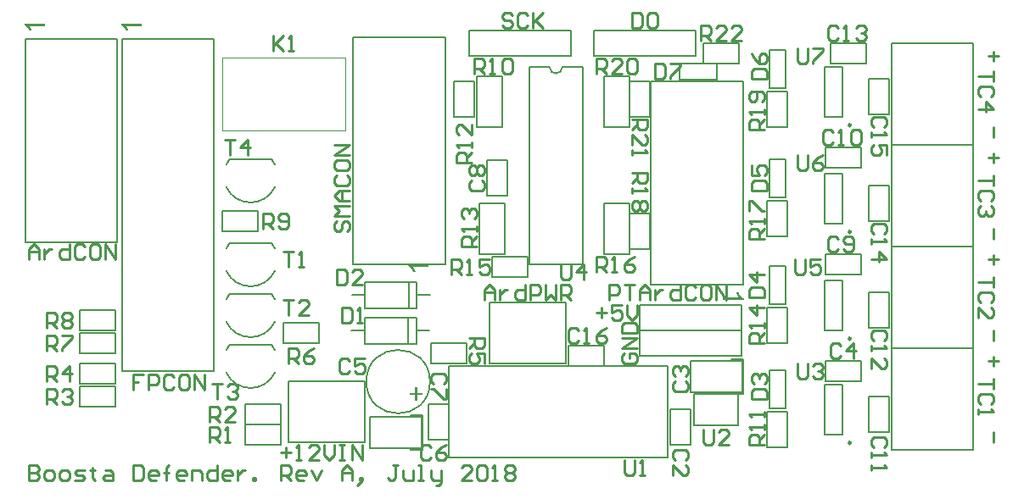
<source format=gto>
G04 Layer_Color=65535*
%FSLAX25Y25*%
%MOIN*%
G70*
G01*
G75*
%ADD35C,0.00787*%
%ADD36C,0.00500*%
%ADD37C,0.00984*%
%ADD38C,0.00394*%
%ADD39C,0.00600*%
%ADD40C,0.01000*%
G36*
X587752Y384996D02*
X587776Y384973D01*
X587787Y384927D01*
X587822Y384869D01*
X587856Y384800D01*
X587903Y384719D01*
X588019Y384522D01*
X588146Y384291D01*
X588308Y384059D01*
X588493Y383816D01*
X588690Y383573D01*
X588701Y383562D01*
X588713Y383550D01*
X588747Y383515D01*
X588782Y383469D01*
X588898Y383365D01*
X589037Y383226D01*
X589199Y383087D01*
X589384Y382937D01*
X589569Y382810D01*
X589766Y382694D01*
Y382057D01*
X581724D01*
Y383041D01*
X587984D01*
X587972Y383052D01*
X587926Y383110D01*
X587856Y383180D01*
X587776Y383295D01*
X587671Y383423D01*
X587556Y383585D01*
X587428Y383770D01*
X587301Y383978D01*
Y383990D01*
X587290Y384001D01*
X587243Y384071D01*
X587185Y384186D01*
X587116Y384325D01*
X587035Y384487D01*
X586954Y384661D01*
X586873Y384834D01*
X586804Y385008D01*
X587752D01*
Y384996D01*
D02*
G37*
G36*
X461506Y345601D02*
X463704D01*
Y344675D01*
X461506D01*
Y342500D01*
X460592D01*
Y344675D01*
X458417D01*
Y345601D01*
X460592D01*
Y347776D01*
X461506D01*
Y345601D01*
D02*
G37*
G36*
X315276Y489959D02*
X309016D01*
X309028Y489948D01*
X309074Y489890D01*
X309143Y489820D01*
X309225Y489705D01*
X309329Y489577D01*
X309444Y489415D01*
X309572Y489230D01*
X309699Y489022D01*
Y489010D01*
X309710Y488999D01*
X309757Y488929D01*
X309815Y488814D01*
X309884Y488675D01*
X309965Y488513D01*
X310046Y488339D01*
X310127Y488166D01*
X310196Y487992D01*
X309248D01*
Y488004D01*
X309225Y488027D01*
X309213Y488073D01*
X309178Y488131D01*
X309143Y488200D01*
X309097Y488281D01*
X308981Y488478D01*
X308854Y488709D01*
X308692Y488941D01*
X308507Y489184D01*
X308310Y489427D01*
X308299Y489438D01*
X308287Y489450D01*
X308253Y489485D01*
X308218Y489531D01*
X308102Y489635D01*
X307963Y489774D01*
X307801Y489913D01*
X307616Y490063D01*
X307431Y490190D01*
X307234Y490306D01*
Y490942D01*
X315276D01*
Y489959D01*
D02*
G37*
G36*
X353276D02*
X347016D01*
X347028Y489948D01*
X347074Y489890D01*
X347144Y489820D01*
X347224Y489705D01*
X347329Y489577D01*
X347444Y489415D01*
X347572Y489230D01*
X347699Y489022D01*
Y489010D01*
X347710Y488999D01*
X347757Y488929D01*
X347815Y488814D01*
X347884Y488675D01*
X347965Y488513D01*
X348046Y488339D01*
X348127Y488166D01*
X348196Y487992D01*
X347248D01*
Y488004D01*
X347224Y488027D01*
X347213Y488073D01*
X347178Y488131D01*
X347144Y488200D01*
X347097Y488281D01*
X346982Y488478D01*
X346854Y488709D01*
X346692Y488941D01*
X346507Y489184D01*
X346310Y489427D01*
X346299Y489438D01*
X346287Y489450D01*
X346253Y489485D01*
X346218Y489531D01*
X346102Y489635D01*
X345963Y489774D01*
X345801Y489913D01*
X345616Y490063D01*
X345431Y490190D01*
X345234Y490306D01*
Y490942D01*
X353276D01*
Y489959D01*
D02*
G37*
G36*
X466000Y395203D02*
X459741D01*
X459752Y395192D01*
X459798Y395134D01*
X459868Y395064D01*
X459949Y394949D01*
X460053Y394821D01*
X460169Y394659D01*
X460296Y394474D01*
X460423Y394266D01*
Y394254D01*
X460435Y394243D01*
X460481Y394173D01*
X460539Y394058D01*
X460608Y393919D01*
X460689Y393757D01*
X460770Y393583D01*
X460851Y393410D01*
X460921Y393236D01*
X459972D01*
Y393248D01*
X459949Y393271D01*
X459937Y393317D01*
X459903Y393375D01*
X459868Y393444D01*
X459822Y393526D01*
X459706Y393722D01*
X459579Y393954D01*
X459417Y394185D01*
X459232Y394428D01*
X459035Y394671D01*
X459023Y394683D01*
X459012Y394694D01*
X458977Y394729D01*
X458942Y394775D01*
X458827Y394879D01*
X458688Y395018D01*
X458526Y395157D01*
X458341Y395307D01*
X458155Y395434D01*
X457959Y395550D01*
Y396187D01*
X466000D01*
Y395203D01*
D02*
G37*
D35*
X513500Y473779D02*
G03*
X518500Y473779I2500J0D01*
G01*
X505567D02*
X513500D01*
X518500D02*
X526433D01*
X505567Y396220D02*
X526433D01*
X505567D02*
Y473779D01*
X526433Y396220D02*
Y473779D01*
X628543Y412157D02*
Y431843D01*
X621457Y412157D02*
Y431843D01*
Y412157D02*
X628543D01*
X621457Y431843D02*
X628543D01*
Y454157D02*
Y473842D01*
X621457Y454157D02*
Y473842D01*
Y454157D02*
X628543D01*
X621457Y473842D02*
X628543D01*
Y370158D02*
Y389843D01*
X621457Y370158D02*
Y389843D01*
Y370158D02*
X628543D01*
X621457Y389843D02*
X628543D01*
Y329157D02*
Y348843D01*
X621457Y329157D02*
Y348843D01*
Y329157D02*
X628543D01*
X621457Y348843D02*
X628543D01*
D36*
X386484Y373563D02*
G03*
X405516Y373563I9516J4437D01*
G01*
X405518Y382437D02*
G03*
X404276Y384464I-9516J-4438D01*
G01*
X387724Y384464D02*
G03*
X386482Y382437I8274J-6464D01*
G01*
X386484Y353563D02*
G03*
X405516Y353563I9516J4437D01*
G01*
X405518Y362437D02*
G03*
X404276Y364464I-9516J-4438D01*
G01*
X387724Y364464D02*
G03*
X386482Y362437I8274J-6464D01*
G01*
X386484Y426563D02*
G03*
X405516Y426563I9516J4437D01*
G01*
X405518Y435437D02*
G03*
X404276Y437464I-9516J-4438D01*
G01*
X387724Y437464D02*
G03*
X386482Y435437I8274J-6464D01*
G01*
X386484Y393563D02*
G03*
X405516Y393563I9516J4437D01*
G01*
X405518Y402437D02*
G03*
X404276Y404464I-9516J-4438D01*
G01*
X387724Y404464D02*
G03*
X386482Y402437I8274J-6464D01*
G01*
X466500Y350000D02*
G03*
X466500Y350000I-12500J0D01*
G01*
X345402Y484842D02*
X381622D01*
Y395866D02*
Y484842D01*
X345402Y354134D02*
Y484842D01*
Y354134D02*
X381622D01*
Y395866D01*
X441000Y326000D02*
Y350000D01*
X411000Y326000D02*
Y350000D01*
Y326000D02*
X441000D01*
X411000Y350000D02*
X441000D01*
X436378Y396158D02*
X472598D01*
X436378D02*
Y485134D01*
X472598Y396158D02*
Y485545D01*
X472500Y485528D02*
X472598Y485545D01*
X440315Y485528D02*
X472500D01*
X436378D02*
X440315D01*
X436378Y485134D02*
Y485528D01*
X440764Y364685D02*
X457988D01*
X461236D01*
X457988Y375315D02*
X461236D01*
X440764D02*
X457988D01*
Y364685D02*
Y375315D01*
X461236Y364685D02*
Y370000D01*
Y375315D01*
X440764Y370000D02*
Y375315D01*
Y364685D02*
Y370000D01*
X550980Y488000D02*
X570980D01*
X550980Y478000D02*
X570980D01*
Y488000D01*
X530999Y478000D02*
Y488000D01*
Y478000D02*
X551000D01*
X530999Y488000D02*
X551000D01*
X501999D02*
X522000D01*
X501999Y478000D02*
X522000D01*
Y488000D01*
X482019Y478000D02*
Y488000D01*
Y478000D02*
X502020D01*
X482019Y488000D02*
X502020D01*
X568980Y370000D02*
X588980D01*
X568980Y360000D02*
X588980D01*
Y370000D01*
X548999Y360000D02*
Y370000D01*
Y360000D02*
X569000D01*
X548999Y370000D02*
X569000D01*
X568999Y380000D02*
X589000D01*
X568999Y370000D02*
X589000D01*
Y380000D01*
X549019Y370000D02*
Y380000D01*
Y370000D02*
X569020D01*
X549019Y380000D02*
X569020D01*
X329000Y349000D02*
Y357000D01*
X343000Y349000D02*
Y357000D01*
X329000Y349000D02*
X343000D01*
X329000Y357000D02*
X343000D01*
X387752Y384500D02*
X404248D01*
X307402Y484842D02*
X343622D01*
Y404921D02*
Y484842D01*
X307402Y404921D02*
Y484842D01*
Y404921D02*
X343622D01*
X423000Y365000D02*
Y373000D01*
X409000Y365000D02*
Y373000D01*
X423000D01*
X409000Y365000D02*
X423000D01*
X329000Y361000D02*
Y369000D01*
X343000Y361000D02*
Y369000D01*
X329000Y361000D02*
X343000D01*
X329000Y369000D02*
X343000D01*
X622000Y350000D02*
X636000D01*
X622000Y358000D02*
X636000D01*
X622000Y350000D02*
Y358000D01*
X636000Y350000D02*
Y358000D01*
X647000Y330000D02*
Y344000D01*
X639000Y330000D02*
Y344000D01*
Y330000D02*
X647000D01*
X639000Y344000D02*
X647000D01*
X648000Y443000D02*
Y483000D01*
X680000Y443000D02*
Y483000D01*
X648000D02*
X680000D01*
X648000Y443000D02*
X680000D01*
X653000Y483000D02*
X675000D01*
X653000Y443000D02*
X675000D01*
X648000D02*
Y444000D01*
Y323000D02*
Y363000D01*
X680000Y323000D02*
Y363000D01*
X648000D02*
X680000D01*
X648000Y323000D02*
X680000D01*
X653000Y363000D02*
X675000D01*
X653000Y323000D02*
X675000D01*
X648000D02*
Y324000D01*
Y363000D02*
Y403000D01*
X680000Y363000D02*
Y403000D01*
X648000D02*
X680000D01*
X648000Y363000D02*
X680000D01*
X653000Y403000D02*
X675000D01*
X653000Y363000D02*
X675000D01*
X648000D02*
Y364000D01*
Y403000D02*
Y443000D01*
X680000Y403000D02*
Y443000D01*
X648000D02*
X680000D01*
X648000Y403000D02*
X680000D01*
X653000Y443000D02*
X675000D01*
X653000Y403000D02*
X675000D01*
X648000D02*
Y404000D01*
X394000Y325000D02*
Y333000D01*
X408000Y325000D02*
Y333000D01*
X394000Y325000D02*
X408000D01*
X394000Y333000D02*
X408000D01*
X394000D02*
Y341000D01*
X408000Y333000D02*
Y341000D01*
X394000Y333000D02*
X408000D01*
X394000Y341000D02*
X408000D01*
X584905Y358299D02*
Y358693D01*
X589630D01*
Y345307D02*
Y358693D01*
X584905Y345307D02*
X589630D01*
X584905D02*
Y345701D01*
X589236D02*
Y358299D01*
X568764D02*
X589236D01*
X568764Y345701D02*
Y358299D01*
Y345701D02*
X589236D01*
X570339Y332701D02*
Y345299D01*
Y332701D02*
X587661D01*
Y345299D01*
X570339D02*
X587661D01*
X440898Y378685D02*
X458122D01*
X461370D01*
X458122Y389315D02*
X461370D01*
X440898D02*
X458122D01*
Y378685D02*
Y389315D01*
X461370Y378685D02*
Y384000D01*
Y389315D01*
X440898Y384000D02*
Y389315D01*
Y378685D02*
Y384000D01*
X385000Y409000D02*
Y417000D01*
X399000Y409000D02*
Y417000D01*
X385000Y409000D02*
X399000D01*
X385000Y417000D02*
X399000D01*
X520000Y357000D02*
Y381000D01*
X490000Y357000D02*
Y381000D01*
Y357000D02*
X520000D01*
X490000Y381000D02*
X520000D01*
X474000Y320000D02*
Y356000D01*
Y320000D02*
X560000D01*
Y356000D01*
X474000D02*
X560000D01*
X561000Y325000D02*
Y339000D01*
X569000Y325000D02*
Y339000D01*
X561000D02*
X569000D01*
X561000Y325000D02*
X569000D01*
X545000Y468000D02*
X553000D01*
X545000Y454000D02*
X553000D01*
X545000D02*
Y468000D01*
X553000Y454000D02*
Y468000D01*
X545000Y450000D02*
Y470001D01*
X535000Y450000D02*
Y470001D01*
Y450000D02*
X545000D01*
X535000Y470001D02*
X545000D01*
X535000Y399999D02*
Y420000D01*
X545000Y399999D02*
Y420000D01*
X535000D02*
X545000D01*
X535000Y399999D02*
X545000D01*
X476000Y468000D02*
X484000D01*
X476000Y454000D02*
X484000D01*
X476000D02*
Y468000D01*
X484000Y454000D02*
Y468000D01*
X495000Y450000D02*
Y470001D01*
X485000Y450000D02*
Y470001D01*
Y450000D02*
X495000D01*
X485000Y470001D02*
X495000D01*
X486000Y399999D02*
Y420000D01*
X496000Y399999D02*
Y420000D01*
X486000D02*
X496000D01*
X486000Y399999D02*
X496000D01*
X545000Y402000D02*
X553000D01*
X545000Y416000D02*
X553000D01*
Y402000D02*
Y416000D01*
X545000Y402000D02*
Y416000D01*
X491000Y391000D02*
Y399000D01*
X505000Y391000D02*
Y399000D01*
X491000Y391000D02*
X505000D01*
X491000Y399000D02*
X505000D01*
X579362Y468850D02*
Y475150D01*
X564402Y468850D02*
Y475150D01*
X579362D01*
X564402Y468850D02*
X579362D01*
X574000Y475000D02*
Y483000D01*
X588000Y475000D02*
Y483000D01*
X574000Y475000D02*
X588000D01*
X574000Y483000D02*
X588000D01*
X599850Y339638D02*
X606150D01*
X599850Y354598D02*
X606150D01*
Y339638D02*
Y354598D01*
X599850Y339638D02*
Y354598D01*
X599000Y338000D02*
X607000D01*
X599000Y324000D02*
X607000D01*
X599000D02*
Y338000D01*
X607000Y324000D02*
Y338000D01*
X647000Y371000D02*
Y385000D01*
X639000Y371000D02*
Y385000D01*
Y371000D02*
X647000D01*
X639000Y385000D02*
X647000D01*
X599850Y380638D02*
X606150D01*
X599850Y395598D02*
X606150D01*
Y380638D02*
Y395598D01*
X599850Y380638D02*
Y395598D01*
X599000Y379000D02*
X607000D01*
X599000Y365000D02*
X607000D01*
X599000D02*
Y379000D01*
X607000Y365000D02*
Y379000D01*
X622000Y392000D02*
X636000D01*
X622000Y400000D02*
X636000D01*
X622000Y392000D02*
Y400000D01*
X636000Y392000D02*
Y400000D01*
X599850Y422638D02*
X606150D01*
X599850Y437598D02*
X606150D01*
Y422638D02*
Y437598D01*
X599850Y422638D02*
Y437598D01*
X599000Y421000D02*
X607000D01*
X599000Y407000D02*
X607000D01*
X599000D02*
Y421000D01*
X607000Y407000D02*
Y421000D01*
X622000Y434000D02*
X636000D01*
X622000Y442000D02*
X636000D01*
X622000Y434000D02*
Y442000D01*
X636000Y434000D02*
Y442000D01*
X647000Y413000D02*
Y427000D01*
X639000Y413000D02*
Y427000D01*
Y413000D02*
X647000D01*
X639000Y427000D02*
X647000D01*
X599850Y465638D02*
X606150D01*
X599850Y480598D02*
X606150D01*
Y465638D02*
Y480598D01*
X599850Y465638D02*
Y480598D01*
X599000Y464000D02*
X607000D01*
X599000Y450000D02*
X607000D01*
X599000D02*
Y464000D01*
X607000Y450000D02*
Y464000D01*
X647000Y455000D02*
Y469000D01*
X639000Y455000D02*
Y469000D01*
Y455000D02*
X647000D01*
X639000Y469000D02*
X647000D01*
X624000Y475000D02*
X638000D01*
X624000Y483000D02*
X638000D01*
X624000Y475000D02*
Y483000D01*
X638000Y475000D02*
Y483000D01*
X329000Y370000D02*
Y378000D01*
X343000Y370000D02*
Y378000D01*
X329000Y370000D02*
X343000D01*
X329000Y378000D02*
X343000D01*
X329000Y340000D02*
Y348000D01*
X343000Y340000D02*
Y348000D01*
X329000Y340000D02*
X343000D01*
X329000Y348000D02*
X343000D01*
X387752Y364500D02*
X404248D01*
X387752Y437500D02*
X404248D01*
X387752Y404500D02*
X404248D01*
X553378Y388158D02*
X589598D01*
X553378D02*
Y468079D01*
X589598Y388158D02*
Y468079D01*
X553378D02*
X589598D01*
X489000Y423000D02*
X497000D01*
X489000Y437000D02*
X497000D01*
Y423000D02*
Y437000D01*
X489000Y423000D02*
Y437000D01*
X467000Y357000D02*
X481000D01*
X467000Y365000D02*
X481000D01*
X467000Y357000D02*
Y365000D01*
X481000Y357000D02*
Y365000D01*
X442764Y323701D02*
X463236D01*
X442764D02*
Y336299D01*
X463236D01*
Y323701D02*
Y336299D01*
X458906Y323307D02*
Y323701D01*
Y323307D02*
X463630D01*
Y336693D01*
X458906D02*
X463630D01*
X458906Y336299D02*
Y336693D01*
X466000Y341000D02*
X474000D01*
X466000Y327000D02*
X474000D01*
X466000D02*
Y341000D01*
X474000Y327000D02*
Y341000D01*
X521000Y356000D02*
Y364000D01*
X535000Y356000D02*
Y364000D01*
X521000Y356000D02*
X535000D01*
X521000Y364000D02*
X535000D01*
D37*
X631892Y408900D02*
G03*
X631892Y408900I-492J0D01*
G01*
Y450900D02*
G03*
X631892Y450900I-492J0D01*
G01*
Y366900D02*
G03*
X631892Y366900I-492J0D01*
G01*
Y325900D02*
G03*
X631892Y325900I-492J0D01*
G01*
D38*
X384787Y477331D02*
X433213D01*
Y448669D02*
Y477331D01*
X384787Y448669D02*
X433213D01*
X384787D02*
Y477331D01*
D39*
X461236Y370000D02*
X466354D01*
X435646D02*
X440764D01*
X461370Y384000D02*
X466488D01*
X435779D02*
X440898D01*
D40*
X309000Y316997D02*
Y310999D01*
X311999D01*
X312999Y311999D01*
Y312999D01*
X311999Y313998D01*
X309000D01*
X311999D01*
X312999Y314998D01*
Y315998D01*
X311999Y316997D01*
X309000D01*
X315998Y310999D02*
X317997D01*
X318997Y311999D01*
Y313998D01*
X317997Y314998D01*
X315998D01*
X314998Y313998D01*
Y311999D01*
X315998Y310999D01*
X321996D02*
X323995D01*
X324995Y311999D01*
Y313998D01*
X323995Y314998D01*
X321996D01*
X320996Y313998D01*
Y311999D01*
X321996Y310999D01*
X326994D02*
X329993D01*
X330993Y311999D01*
X329993Y312999D01*
X327994D01*
X326994Y313998D01*
X327994Y314998D01*
X330993D01*
X333992Y315998D02*
Y314998D01*
X332992D01*
X334992D01*
X333992D01*
Y311999D01*
X334992Y310999D01*
X338990Y314998D02*
X340990D01*
X341989Y313998D01*
Y310999D01*
X338990D01*
X337991Y311999D01*
X338990Y312999D01*
X341989D01*
X349987Y316997D02*
Y310999D01*
X352986D01*
X353985Y311999D01*
Y315998D01*
X352986Y316997D01*
X349987D01*
X358984Y310999D02*
X356984D01*
X355985Y311999D01*
Y313998D01*
X356984Y314998D01*
X358984D01*
X359983Y313998D01*
Y312999D01*
X355985D01*
X362983Y310999D02*
Y315998D01*
Y313998D01*
X361983D01*
X363982D01*
X362983D01*
Y315998D01*
X363982Y316997D01*
X369980Y310999D02*
X367981D01*
X366981Y311999D01*
Y313998D01*
X367981Y314998D01*
X369980D01*
X370980Y313998D01*
Y312999D01*
X366981D01*
X372979Y310999D02*
Y314998D01*
X375978D01*
X376978Y313998D01*
Y310999D01*
X382976Y316997D02*
Y310999D01*
X379977D01*
X378977Y311999D01*
Y313998D01*
X379977Y314998D01*
X382976D01*
X387974Y310999D02*
X385975D01*
X384975Y311999D01*
Y313998D01*
X385975Y314998D01*
X387974D01*
X388974Y313998D01*
Y312999D01*
X384975D01*
X390973Y314998D02*
Y310999D01*
Y312999D01*
X391973Y313998D01*
X392973Y314998D01*
X393972D01*
X396972Y310999D02*
Y311999D01*
X397971D01*
Y310999D01*
X396972D01*
X407968D02*
Y316997D01*
X410967D01*
X411967Y315998D01*
Y313998D01*
X410967Y312999D01*
X407968D01*
X409967D02*
X411967Y310999D01*
X416965D02*
X414966D01*
X413966Y311999D01*
Y313998D01*
X414966Y314998D01*
X416965D01*
X417965Y313998D01*
Y312999D01*
X413966D01*
X419964Y314998D02*
X421964Y310999D01*
X423963Y314998D01*
X431960Y310999D02*
Y314998D01*
X433960Y316997D01*
X435959Y314998D01*
Y310999D01*
Y313998D01*
X431960D01*
X438958Y310000D02*
X439958Y310999D01*
Y311999D01*
X438958D01*
Y310999D01*
X439958D01*
X438958Y310000D01*
X437958Y309000D01*
X453953Y316997D02*
X451954D01*
X452953D01*
Y311999D01*
X451954Y310999D01*
X450954D01*
X449954Y311999D01*
X455953Y314998D02*
Y311999D01*
X456952Y310999D01*
X459951D01*
Y314998D01*
X461950Y310999D02*
X463950D01*
X462950D01*
Y316997D01*
X461950D01*
X466949Y314998D02*
Y311999D01*
X467949Y310999D01*
X470948D01*
Y310000D01*
X469948Y309000D01*
X468948D01*
X470948Y310999D02*
Y314998D01*
X482944Y310999D02*
X478945D01*
X482944Y314998D01*
Y315998D01*
X481944Y316997D01*
X479945D01*
X478945Y315998D01*
X484943D02*
X485943Y316997D01*
X487942D01*
X488942Y315998D01*
Y311999D01*
X487942Y310999D01*
X485943D01*
X484943Y311999D01*
Y315998D01*
X490941Y310999D02*
X492941D01*
X491941D01*
Y316997D01*
X490941Y315998D01*
X495939D02*
X496939Y316997D01*
X498939D01*
X499938Y315998D01*
Y314998D01*
X498939Y313998D01*
X499938Y312999D01*
Y311999D01*
X498939Y310999D01*
X496939D01*
X495939Y311999D01*
Y312999D01*
X496939Y313998D01*
X495939Y314998D01*
Y315998D01*
X496939Y313998D02*
X498939D01*
X483000Y436000D02*
X477002D01*
Y438999D01*
X478002Y439999D01*
X480001D01*
X481001Y438999D01*
Y436000D01*
Y437999D02*
X483000Y439999D01*
Y441998D02*
Y443997D01*
Y442998D01*
X477002D01*
X478002Y441998D01*
X483000Y450995D02*
Y446996D01*
X479001Y450995D01*
X478002D01*
X477002Y449996D01*
Y447996D01*
X478002Y446996D01*
X353999Y352817D02*
X350000D01*
Y349818D01*
X351999D01*
X350000D01*
Y346819D01*
X355998D02*
Y352817D01*
X358997D01*
X359997Y351817D01*
Y349818D01*
X358997Y348818D01*
X355998D01*
X365995Y351817D02*
X364995Y352817D01*
X362996D01*
X361996Y351817D01*
Y347819D01*
X362996Y346819D01*
X364995D01*
X365995Y347819D01*
X370993Y352817D02*
X368994D01*
X367994Y351817D01*
Y347819D01*
X368994Y346819D01*
X370993D01*
X371993Y347819D01*
Y351817D01*
X370993Y352817D01*
X373992Y346819D02*
Y352817D01*
X377991Y346819D01*
Y352817D01*
X688001Y326000D02*
Y329999D01*
Y355990D02*
Y359989D01*
X686002Y357990D02*
X690000D01*
X688001Y366000D02*
Y369999D01*
Y395990D02*
Y399989D01*
X686002Y397990D02*
X690000D01*
X688001Y406000D02*
Y409999D01*
Y435990D02*
Y439989D01*
X686002Y437990D02*
X690000D01*
X688001Y446000D02*
Y449999D01*
Y475990D02*
Y479989D01*
X686002Y477990D02*
X690000D01*
X408000Y321999D02*
X411999D01*
X409999Y323998D02*
Y320000D01*
X413998Y319000D02*
X415997D01*
X414998D01*
Y324998D01*
X413998Y323998D01*
X422995Y319000D02*
X418996D01*
X422995Y322999D01*
Y323998D01*
X421995Y324998D01*
X419996D01*
X418996Y323998D01*
X424995Y324998D02*
Y320999D01*
X426994Y319000D01*
X428993Y320999D01*
Y324998D01*
X430993D02*
X432992D01*
X431992D01*
Y319000D01*
X430993D01*
X432992D01*
X435991D02*
Y324998D01*
X439990Y319000D01*
Y324998D01*
X430002Y413235D02*
X429002Y412235D01*
Y410236D01*
X430002Y409236D01*
X431001D01*
X432001Y410236D01*
Y412235D01*
X433001Y413235D01*
X434000D01*
X435000Y412235D01*
Y410236D01*
X434000Y409236D01*
X435000Y415234D02*
X429002D01*
X431001Y417234D01*
X429002Y419233D01*
X435000D01*
Y421232D02*
X431001D01*
X429002Y423232D01*
X431001Y425231D01*
X435000D01*
X432001D01*
Y421232D01*
X430002Y431229D02*
X429002Y430229D01*
Y428230D01*
X430002Y427230D01*
X434000D01*
X435000Y428230D01*
Y430229D01*
X434000Y431229D01*
X429002Y436228D02*
Y434228D01*
X430002Y433228D01*
X434000D01*
X435000Y434228D01*
Y436228D01*
X434000Y437227D01*
X430002D01*
X429002Y436228D01*
X435000Y439226D02*
X429002D01*
X435000Y443225D01*
X429002D01*
X405000Y485998D02*
Y480000D01*
Y481999D01*
X408999Y485998D01*
X406000Y482999D01*
X408999Y480000D01*
X410998D02*
X412997D01*
X411998D01*
Y485998D01*
X410998Y484998D01*
X432000Y378998D02*
Y373000D01*
X434999D01*
X435999Y374000D01*
Y377998D01*
X434999Y378998D01*
X432000D01*
X437998Y373000D02*
X439997D01*
X438998D01*
Y378998D01*
X437998Y377998D01*
X546000Y494998D02*
Y489000D01*
X548999D01*
X549999Y490000D01*
Y493998D01*
X548999Y494998D01*
X546000D01*
X554997D02*
X552998D01*
X551998Y493998D01*
Y490000D01*
X552998Y489000D01*
X554997D01*
X555997Y490000D01*
Y493998D01*
X554997Y494998D01*
X498999Y493998D02*
X497999Y494998D01*
X496000D01*
X495000Y493998D01*
Y492999D01*
X496000Y491999D01*
X497999D01*
X498999Y490999D01*
Y490000D01*
X497999Y489000D01*
X496000D01*
X495000Y490000D01*
X504997Y493998D02*
X503997Y494998D01*
X501998D01*
X500998Y493998D01*
Y490000D01*
X501998Y489000D01*
X503997D01*
X504997Y490000D01*
X506996Y494998D02*
Y489000D01*
Y490999D01*
X510995Y494998D01*
X507996Y491999D01*
X510995Y489000D01*
X543002Y360999D02*
X542002Y359999D01*
Y358000D01*
X543002Y357000D01*
X547000D01*
X548000Y358000D01*
Y359999D01*
X547000Y360999D01*
X545001D01*
Y358999D01*
X548000Y362998D02*
X542002D01*
X548000Y366997D01*
X542002D01*
Y368996D02*
X548000D01*
Y371995D01*
X547000Y372995D01*
X543002D01*
X542002Y371995D01*
Y368996D01*
X532000Y376999D02*
X535999D01*
X533999Y378998D02*
Y375000D01*
X541997Y379998D02*
X537998D01*
Y376999D01*
X539997Y377999D01*
X540997D01*
X541997Y376999D01*
Y375000D01*
X540997Y374000D01*
X538998D01*
X537998Y375000D01*
X543996Y379998D02*
Y375999D01*
X545996Y374000D01*
X547995Y375999D01*
Y379998D01*
X611000Y480998D02*
Y476000D01*
X612000Y475000D01*
X613999D01*
X614999Y476000D01*
Y480998D01*
X616998D02*
X620997D01*
Y479998D01*
X616998Y476000D01*
Y475000D01*
X611000Y438998D02*
Y434000D01*
X612000Y433000D01*
X613999D01*
X614999Y434000D01*
Y438998D01*
X620997D02*
X618997Y437998D01*
X616998Y435999D01*
Y434000D01*
X617998Y433000D01*
X619997D01*
X620997Y434000D01*
Y434999D01*
X619997Y435999D01*
X616998D01*
X610000Y397998D02*
Y393000D01*
X611000Y392000D01*
X612999D01*
X613999Y393000D01*
Y397998D01*
X619997D02*
X615998D01*
Y394999D01*
X617997Y395999D01*
X618997D01*
X619997Y394999D01*
Y393000D01*
X618997Y392000D01*
X616998D01*
X615998Y393000D01*
X611000Y356998D02*
Y352000D01*
X612000Y351000D01*
X613999D01*
X614999Y352000D01*
Y356998D01*
X616998Y355998D02*
X617998Y356998D01*
X619997D01*
X620997Y355998D01*
Y354999D01*
X619997Y353999D01*
X618997D01*
X619997D01*
X620997Y352999D01*
Y352000D01*
X619997Y351000D01*
X617998D01*
X616998Y352000D01*
X574000Y330998D02*
Y326000D01*
X575000Y325000D01*
X576999D01*
X577999Y326000D01*
Y330998D01*
X583997Y325000D02*
X579998D01*
X583997Y328999D01*
Y329998D01*
X582997Y330998D01*
X580998D01*
X579998Y329998D01*
X386000Y444998D02*
X389999D01*
X387999D01*
Y439000D01*
X394997D02*
Y444998D01*
X391998Y441999D01*
X395997D01*
X381000Y348998D02*
X384999D01*
X382999D01*
Y343000D01*
X386998Y347998D02*
X387998Y348998D01*
X389997D01*
X390997Y347998D01*
Y346999D01*
X389997Y345999D01*
X388997D01*
X389997D01*
X390997Y344999D01*
Y344000D01*
X389997Y343000D01*
X387998D01*
X386998Y344000D01*
X409000Y381998D02*
X412999D01*
X410999D01*
Y376000D01*
X418997D02*
X414998D01*
X418997Y379999D01*
Y380998D01*
X417997Y381998D01*
X415998D01*
X414998Y380998D01*
X409000Y400998D02*
X412999D01*
X410999D01*
Y395000D01*
X414998D02*
X416997D01*
X415998D01*
Y400998D01*
X414998Y399998D01*
X573000Y484000D02*
Y489998D01*
X575999D01*
X576999Y488998D01*
Y486999D01*
X575999Y485999D01*
X573000D01*
X574999D02*
X576999Y484000D01*
X582997D02*
X578998D01*
X582997Y487999D01*
Y488998D01*
X581997Y489998D01*
X579998D01*
X578998Y488998D01*
X588995Y484000D02*
X584996D01*
X588995Y487999D01*
Y488998D01*
X587995Y489998D01*
X585996D01*
X584996Y488998D01*
X546000Y453000D02*
X551998D01*
Y450001D01*
X550998Y449001D01*
X548999D01*
X547999Y450001D01*
Y453000D01*
Y451001D02*
X546000Y449001D01*
Y443003D02*
Y447002D01*
X549999Y443003D01*
X550998D01*
X551998Y444003D01*
Y446002D01*
X550998Y447002D01*
X546000Y441004D02*
Y439005D01*
Y440004D01*
X551998D01*
X550998Y441004D01*
X532000Y471000D02*
Y476998D01*
X534999D01*
X535999Y475998D01*
Y473999D01*
X534999Y472999D01*
X532000D01*
X533999D02*
X535999Y471000D01*
X541997D02*
X537998D01*
X541997Y474999D01*
Y475998D01*
X540997Y476998D01*
X538998D01*
X537998Y475998D01*
X543996D02*
X544996Y476998D01*
X546995D01*
X547995Y475998D01*
Y472000D01*
X546995Y471000D01*
X544996D01*
X543996Y472000D01*
Y475998D01*
X598000Y449000D02*
X592002D01*
Y451999D01*
X593002Y452999D01*
X595001D01*
X596001Y451999D01*
Y449000D01*
Y450999D02*
X598000Y452999D01*
Y454998D02*
Y456997D01*
Y455998D01*
X592002D01*
X593002Y454998D01*
X597000Y459996D02*
X598000Y460996D01*
Y462995D01*
X597000Y463995D01*
X593002D01*
X592002Y462995D01*
Y460996D01*
X593002Y459996D01*
X594001D01*
X595001Y460996D01*
Y463995D01*
X546000Y432000D02*
X551998D01*
Y429001D01*
X550998Y428001D01*
X548999D01*
X547999Y429001D01*
Y432000D01*
Y430001D02*
X546000Y428001D01*
Y426002D02*
Y424003D01*
Y425002D01*
X551998D01*
X550998Y426002D01*
Y421004D02*
X551998Y420004D01*
Y418005D01*
X550998Y417005D01*
X549999D01*
X548999Y418005D01*
X547999Y417005D01*
X547000D01*
X546000Y418005D01*
Y420004D01*
X547000Y421004D01*
X547999D01*
X548999Y420004D01*
X549999Y421004D01*
X550998D01*
X548999Y420004D02*
Y418005D01*
X598000Y406000D02*
X592002D01*
Y408999D01*
X593002Y409999D01*
X595001D01*
X596001Y408999D01*
Y406000D01*
Y407999D02*
X598000Y409999D01*
Y411998D02*
Y413997D01*
Y412998D01*
X592002D01*
X593002Y411998D01*
X592002Y416996D02*
Y420995D01*
X593002D01*
X597000Y416996D01*
X598000D01*
X532000Y393000D02*
Y398998D01*
X534999D01*
X535999Y397998D01*
Y395999D01*
X534999Y394999D01*
X532000D01*
X533999D02*
X535999Y393000D01*
X537998D02*
X539997D01*
X538998D01*
Y398998D01*
X537998Y397998D01*
X546995Y398998D02*
X544996Y397998D01*
X542996Y395999D01*
Y394000D01*
X543996Y393000D01*
X545996D01*
X546995Y394000D01*
Y394999D01*
X545996Y395999D01*
X542996D01*
X475000Y392000D02*
Y397998D01*
X477999D01*
X478999Y396998D01*
Y394999D01*
X477999Y393999D01*
X475000D01*
X476999D02*
X478999Y392000D01*
X480998D02*
X482997D01*
X481998D01*
Y397998D01*
X480998Y396998D01*
X489995Y397998D02*
X485996D01*
Y394999D01*
X487996Y395999D01*
X488996D01*
X489995Y394999D01*
Y393000D01*
X488996Y392000D01*
X486996D01*
X485996Y393000D01*
X598000Y365000D02*
X592002D01*
Y367999D01*
X593002Y368999D01*
X595001D01*
X596001Y367999D01*
Y365000D01*
Y366999D02*
X598000Y368999D01*
Y370998D02*
Y372997D01*
Y371998D01*
X592002D01*
X593002Y370998D01*
X598000Y378995D02*
X592002D01*
X595001Y375996D01*
Y379995D01*
X485000Y403000D02*
X479002D01*
Y405999D01*
X480002Y406999D01*
X482001D01*
X483001Y405999D01*
Y403000D01*
Y404999D02*
X485000Y406999D01*
Y408998D02*
Y410997D01*
Y409998D01*
X479002D01*
X480002Y408998D01*
Y413996D02*
X479002Y414996D01*
Y416995D01*
X480002Y417995D01*
X481001D01*
X482001Y416995D01*
Y415996D01*
Y416995D01*
X483001Y417995D01*
X484000D01*
X485000Y416995D01*
Y414996D01*
X484000Y413996D01*
X598000Y325000D02*
X592002D01*
Y327999D01*
X593002Y328999D01*
X595001D01*
X596001Y327999D01*
Y325000D01*
Y326999D02*
X598000Y328999D01*
Y330998D02*
Y332997D01*
Y331998D01*
X592002D01*
X593002Y330998D01*
X598000Y335996D02*
Y337996D01*
Y336996D01*
X592002D01*
X593002Y335996D01*
X484000Y471000D02*
Y476998D01*
X486999D01*
X487999Y475998D01*
Y473999D01*
X486999Y472999D01*
X484000D01*
X485999D02*
X487999Y471000D01*
X489998D02*
X491997D01*
X490998D01*
Y476998D01*
X489998Y475998D01*
X494996D02*
X495996Y476998D01*
X497996D01*
X498995Y475998D01*
Y472000D01*
X497996Y471000D01*
X495996D01*
X494996Y472000D01*
Y475998D01*
X401000Y410000D02*
Y415998D01*
X403999D01*
X404999Y414998D01*
Y412999D01*
X403999Y411999D01*
X401000D01*
X402999D02*
X404999Y410000D01*
X406998Y411000D02*
X407998Y410000D01*
X409997D01*
X410997Y411000D01*
Y414998D01*
X409997Y415998D01*
X407998D01*
X406998Y414998D01*
Y413999D01*
X407998Y412999D01*
X410997D01*
X316000Y371000D02*
Y376998D01*
X318999D01*
X319999Y375998D01*
Y373999D01*
X318999Y372999D01*
X316000D01*
X317999D02*
X319999Y371000D01*
X321998Y375998D02*
X322998Y376998D01*
X324997D01*
X325997Y375998D01*
Y374999D01*
X324997Y373999D01*
X325997Y372999D01*
Y372000D01*
X324997Y371000D01*
X322998D01*
X321998Y372000D01*
Y372999D01*
X322998Y373999D01*
X321998Y374999D01*
Y375998D01*
X322998Y373999D02*
X324997D01*
X316000Y362000D02*
Y367998D01*
X318999D01*
X319999Y366998D01*
Y364999D01*
X318999Y363999D01*
X316000D01*
X317999D02*
X319999Y362000D01*
X321998Y367998D02*
X325997D01*
Y366998D01*
X321998Y363000D01*
Y362000D01*
X411000Y357000D02*
Y362998D01*
X413999D01*
X414999Y361998D01*
Y359999D01*
X413999Y358999D01*
X411000D01*
X412999D02*
X414999Y357000D01*
X420997Y362998D02*
X418997Y361998D01*
X416998Y359999D01*
Y358000D01*
X417998Y357000D01*
X419997D01*
X420997Y358000D01*
Y358999D01*
X419997Y359999D01*
X416998D01*
X316000Y350000D02*
Y355998D01*
X318999D01*
X319999Y354998D01*
Y352999D01*
X318999Y351999D01*
X316000D01*
X317999D02*
X319999Y350000D01*
X324997D02*
Y355998D01*
X321998Y352999D01*
X325997D01*
X316000Y341000D02*
Y346998D01*
X318999D01*
X319999Y345998D01*
Y343999D01*
X318999Y342999D01*
X316000D01*
X317999D02*
X319999Y341000D01*
X321998Y345998D02*
X322998Y346998D01*
X324997D01*
X325997Y345998D01*
Y344999D01*
X324997Y343999D01*
X323997D01*
X324997D01*
X325997Y342999D01*
Y342000D01*
X324997Y341000D01*
X322998D01*
X321998Y342000D01*
X380000Y334000D02*
Y339998D01*
X382999D01*
X383999Y338998D01*
Y336999D01*
X382999Y335999D01*
X380000D01*
X381999D02*
X383999Y334000D01*
X389997D02*
X385998D01*
X389997Y337999D01*
Y338998D01*
X388997Y339998D01*
X386998D01*
X385998Y338998D01*
X380000Y326000D02*
Y331998D01*
X382999D01*
X383999Y330998D01*
Y328999D01*
X382999Y327999D01*
X380000D01*
X381999D02*
X383999Y326000D01*
X385998D02*
X387997D01*
X386998D01*
Y331998D01*
X385998Y330998D01*
X555000Y474998D02*
Y469000D01*
X557999D01*
X558999Y470000D01*
Y473998D01*
X557999Y474998D01*
X555000D01*
X560998D02*
X564997D01*
Y473998D01*
X560998Y470000D01*
Y469000D01*
X593002D02*
X599000D01*
Y471999D01*
X598000Y472999D01*
X594002D01*
X593002Y471999D01*
Y469000D01*
Y478997D02*
X594002Y476997D01*
X596001Y474998D01*
X598000D01*
X599000Y475998D01*
Y477997D01*
X598000Y478997D01*
X597001D01*
X596001Y477997D01*
Y474998D01*
X593002Y425000D02*
X599000D01*
Y427999D01*
X598000Y428999D01*
X594002D01*
X593002Y427999D01*
Y425000D01*
Y434997D02*
Y430998D01*
X596001D01*
X595001Y432997D01*
Y433997D01*
X596001Y434997D01*
X598000D01*
X599000Y433997D01*
Y431998D01*
X598000Y430998D01*
X592002Y383236D02*
X598000D01*
Y386235D01*
X597001Y387235D01*
X593002D01*
X592002Y386235D01*
Y383236D01*
X598000Y392233D02*
X592002D01*
X595001Y389234D01*
Y393233D01*
X593002Y343000D02*
X599000D01*
Y345999D01*
X598000Y346999D01*
X594002D01*
X593002Y345999D01*
Y343000D01*
X594002Y348998D02*
X593002Y349998D01*
Y351997D01*
X594002Y352997D01*
X595001D01*
X596001Y351997D01*
Y350997D01*
Y351997D01*
X597001Y352997D01*
X598000D01*
X599000Y351997D01*
Y349998D01*
X598000Y348998D01*
X430000Y393998D02*
Y388000D01*
X432999D01*
X433999Y389000D01*
Y392998D01*
X432999Y393998D01*
X430000D01*
X439997Y388000D02*
X435998D01*
X439997Y391999D01*
Y392998D01*
X438997Y393998D01*
X436998D01*
X435998Y392998D01*
X687998Y472000D02*
Y468001D01*
Y470001D01*
X682000D01*
X686998Y462003D02*
X687998Y463003D01*
Y465002D01*
X686998Y466002D01*
X683000D01*
X682000Y465002D01*
Y463003D01*
X683000Y462003D01*
X682000Y457005D02*
X687998D01*
X684999Y460004D01*
Y456005D01*
X687998Y431000D02*
Y427001D01*
Y429001D01*
X682000D01*
X686998Y421003D02*
X687998Y422003D01*
Y424002D01*
X686998Y425002D01*
X683000D01*
X682000Y424002D01*
Y422003D01*
X683000Y421003D01*
X686998Y419004D02*
X687998Y418004D01*
Y416005D01*
X686998Y415005D01*
X685999D01*
X684999Y416005D01*
Y417004D01*
Y416005D01*
X683999Y415005D01*
X683000D01*
X682000Y416005D01*
Y418004D01*
X683000Y419004D01*
X687998Y391000D02*
Y387001D01*
Y389001D01*
X682000D01*
X686998Y381003D02*
X687998Y382003D01*
Y384002D01*
X686998Y385002D01*
X683000D01*
X682000Y384002D01*
Y382003D01*
X683000Y381003D01*
X682000Y375005D02*
Y379004D01*
X685999Y375005D01*
X686998D01*
X687998Y376005D01*
Y378004D01*
X686998Y379004D01*
X687998Y351000D02*
Y347001D01*
Y349001D01*
X682000D01*
X686998Y341003D02*
X687998Y342003D01*
Y344002D01*
X686998Y345002D01*
X683000D01*
X682000Y344002D01*
Y342003D01*
X683000Y341003D01*
X682000Y339004D02*
Y337004D01*
Y338004D01*
X687998D01*
X686998Y339004D01*
X537000Y382000D02*
Y387998D01*
X539999D01*
X540999Y386998D01*
Y384999D01*
X539999Y383999D01*
X537000D01*
X542998Y387998D02*
X546997D01*
X544997D01*
Y382000D01*
X548996D02*
Y385999D01*
X550995Y387998D01*
X552995Y385999D01*
Y382000D01*
Y384999D01*
X548996D01*
X554994Y385999D02*
Y382000D01*
Y383999D01*
X555994Y384999D01*
X556993Y385999D01*
X557993D01*
X564991Y387998D02*
Y382000D01*
X561992D01*
X560992Y383000D01*
Y384999D01*
X561992Y385999D01*
X564991D01*
X570989Y386998D02*
X569989Y387998D01*
X567990D01*
X566990Y386998D01*
Y383000D01*
X567990Y382000D01*
X569989D01*
X570989Y383000D01*
X575987Y387998D02*
X573988D01*
X572988Y386998D01*
Y383000D01*
X573988Y382000D01*
X575987D01*
X576987Y383000D01*
Y386998D01*
X575987Y387998D01*
X578986Y382000D02*
Y387998D01*
X582985Y382000D01*
Y387998D01*
X488000Y382000D02*
Y385999D01*
X489999Y387998D01*
X491999Y385999D01*
Y382000D01*
Y384999D01*
X488000D01*
X493998Y385999D02*
Y382000D01*
Y383999D01*
X494998Y384999D01*
X495997Y385999D01*
X496997D01*
X503995Y387998D02*
Y382000D01*
X500996D01*
X499996Y383000D01*
Y384999D01*
X500996Y385999D01*
X503995D01*
X505994Y382000D02*
Y387998D01*
X508993D01*
X509993Y386998D01*
Y384999D01*
X508993Y383999D01*
X505994D01*
X511992Y387998D02*
Y382000D01*
X513992Y383999D01*
X515991Y382000D01*
Y387998D01*
X517990Y382000D02*
Y387998D01*
X520989D01*
X521989Y386998D01*
Y384999D01*
X520989Y383999D01*
X517990D01*
X519990D02*
X521989Y382000D01*
X309000Y398000D02*
Y401999D01*
X310999Y403998D01*
X312999Y401999D01*
Y398000D01*
Y400999D01*
X309000D01*
X314998Y401999D02*
Y398000D01*
Y399999D01*
X315998Y400999D01*
X316997Y401999D01*
X317997D01*
X324995Y403998D02*
Y398000D01*
X321996D01*
X320996Y399000D01*
Y400999D01*
X321996Y401999D01*
X324995D01*
X330993Y402998D02*
X329993Y403998D01*
X327994D01*
X326994Y402998D01*
Y399000D01*
X327994Y398000D01*
X329993D01*
X330993Y399000D01*
X335991Y403998D02*
X333992D01*
X332992Y402998D01*
Y399000D01*
X333992Y398000D01*
X335991D01*
X336991Y399000D01*
Y402998D01*
X335991Y403998D01*
X338990Y398000D02*
Y403998D01*
X342989Y398000D01*
Y403998D01*
X644998Y450001D02*
X645998Y451001D01*
Y453000D01*
X644998Y454000D01*
X641000D01*
X640000Y453000D01*
Y451001D01*
X641000Y450001D01*
X640000Y448002D02*
Y446003D01*
Y447002D01*
X645998D01*
X644998Y448002D01*
X645998Y439005D02*
Y443004D01*
X642999D01*
X643999Y441004D01*
Y440004D01*
X642999Y439005D01*
X641000D01*
X640000Y440004D01*
Y442004D01*
X641000Y443004D01*
X644998Y408001D02*
X645998Y409001D01*
Y411000D01*
X644998Y412000D01*
X641000D01*
X640000Y411000D01*
Y409001D01*
X641000Y408001D01*
X640000Y406002D02*
Y404003D01*
Y405002D01*
X645998D01*
X644998Y406002D01*
X640000Y398005D02*
X645998D01*
X642999Y401004D01*
Y397005D01*
X626999Y488998D02*
X625999Y489998D01*
X624000D01*
X623000Y488998D01*
Y485000D01*
X624000Y484000D01*
X625999D01*
X626999Y485000D01*
X628998Y484000D02*
X630997D01*
X629998D01*
Y489998D01*
X628998Y488998D01*
X633996D02*
X634996Y489998D01*
X636996D01*
X637995Y488998D01*
Y487999D01*
X636996Y486999D01*
X635996D01*
X636996D01*
X637995Y485999D01*
Y485000D01*
X636996Y484000D01*
X634996D01*
X633996Y485000D01*
X644998Y366001D02*
X645998Y367001D01*
Y369000D01*
X644998Y370000D01*
X641000D01*
X640000Y369000D01*
Y367001D01*
X641000Y366001D01*
X640000Y364002D02*
Y362003D01*
Y363002D01*
X645998D01*
X644998Y364002D01*
X640000Y355005D02*
Y359004D01*
X643999Y355005D01*
X644998D01*
X645998Y356005D01*
Y358004D01*
X644998Y359004D01*
Y324001D02*
X645998Y325001D01*
Y327000D01*
X644998Y328000D01*
X641000D01*
X640000Y327000D01*
Y325001D01*
X641000Y324001D01*
X640000Y322002D02*
Y320003D01*
Y321002D01*
X645998D01*
X644998Y322002D01*
X640000Y317004D02*
Y315004D01*
Y316004D01*
X645998D01*
X644998Y317004D01*
X624999Y447998D02*
X623999Y448998D01*
X622000D01*
X621000Y447998D01*
Y444000D01*
X622000Y443000D01*
X623999D01*
X624999Y444000D01*
X626998Y443000D02*
X628997D01*
X627998D01*
Y448998D01*
X626998Y447998D01*
X631996D02*
X632996Y448998D01*
X634996D01*
X635995Y447998D01*
Y444000D01*
X634996Y443000D01*
X632996D01*
X631996Y444000D01*
Y447998D01*
X626999Y405998D02*
X625999Y406998D01*
X624000D01*
X623000Y405998D01*
Y402000D01*
X624000Y401000D01*
X625999D01*
X626999Y402000D01*
X628998D02*
X629998Y401000D01*
X631997D01*
X632997Y402000D01*
Y405998D01*
X631997Y406998D01*
X629998D01*
X628998Y405998D01*
Y404999D01*
X629998Y403999D01*
X632997D01*
X627999Y363998D02*
X626999Y364998D01*
X625000D01*
X624000Y363998D01*
Y360000D01*
X625000Y359000D01*
X626999D01*
X627999Y360000D01*
X632997Y359000D02*
Y364998D01*
X629998Y361999D01*
X633997D01*
X563002Y349999D02*
X562002Y348999D01*
Y347000D01*
X563002Y346000D01*
X567000D01*
X568000Y347000D01*
Y348999D01*
X567000Y349999D01*
X563002Y351998D02*
X562002Y352998D01*
Y354997D01*
X563002Y355997D01*
X564001D01*
X565001Y354997D01*
Y353997D01*
Y354997D01*
X566001Y355997D01*
X567000D01*
X568000Y354997D01*
Y352998D01*
X567000Y351998D01*
X566998Y319001D02*
X567998Y320001D01*
Y322000D01*
X566998Y323000D01*
X563000D01*
X562000Y322000D01*
Y320001D01*
X563000Y319001D01*
X562000Y313003D02*
Y317002D01*
X565999Y313003D01*
X566998D01*
X567998Y314003D01*
Y316002D01*
X566998Y317002D01*
X543000Y318998D02*
Y314000D01*
X544000Y313000D01*
X545999D01*
X546999Y314000D01*
Y318998D01*
X548998Y313000D02*
X550997D01*
X549998D01*
Y318998D01*
X548998Y317998D01*
X518000Y395998D02*
Y391000D01*
X519000Y390000D01*
X520999D01*
X521999Y391000D01*
Y395998D01*
X526997Y390000D02*
Y395998D01*
X523998Y392999D01*
X527997D01*
X434999Y357998D02*
X433999Y358998D01*
X432000D01*
X431000Y357998D01*
Y354000D01*
X432000Y353000D01*
X433999D01*
X434999Y354000D01*
X440997Y358998D02*
X436998D01*
Y355999D01*
X438997Y356999D01*
X439997D01*
X440997Y355999D01*
Y354000D01*
X439997Y353000D01*
X437998D01*
X436998Y354000D01*
X466999Y323998D02*
X465999Y324998D01*
X464000D01*
X463000Y323998D01*
Y320000D01*
X464000Y319000D01*
X465999D01*
X466999Y320000D01*
X472997Y324998D02*
X470997Y323998D01*
X468998Y321999D01*
Y320000D01*
X469998Y319000D01*
X471997D01*
X472997Y320000D01*
Y320999D01*
X471997Y321999D01*
X468998D01*
X471998Y349001D02*
X472998Y350001D01*
Y352000D01*
X471998Y353000D01*
X468000D01*
X467000Y352000D01*
Y350001D01*
X468000Y349001D01*
X472998Y347002D02*
Y343003D01*
X471998D01*
X468000Y347002D01*
X467000D01*
X483002Y428999D02*
X482002Y427999D01*
Y426000D01*
X483002Y425000D01*
X487000D01*
X488000Y426000D01*
Y427999D01*
X487000Y428999D01*
X483002Y430998D02*
X482002Y431998D01*
Y433997D01*
X483002Y434997D01*
X484001D01*
X485001Y433997D01*
X486001Y434997D01*
X487000D01*
X488000Y433997D01*
Y431998D01*
X487000Y430998D01*
X486001D01*
X485001Y431998D01*
X484001Y430998D01*
X483002D01*
X485001Y431998D02*
Y433997D01*
X482000Y367000D02*
X487998D01*
Y364001D01*
X486998Y363001D01*
X484999D01*
X483999Y364001D01*
Y367000D01*
Y365001D02*
X482000Y363001D01*
X487998Y357003D02*
Y361002D01*
X484999D01*
X485999Y359003D01*
Y358003D01*
X484999Y357003D01*
X483000D01*
X482000Y358003D01*
Y360002D01*
X483000Y361002D01*
X524999Y369998D02*
X523999Y370998D01*
X522000D01*
X521000Y369998D01*
Y366000D01*
X522000Y365000D01*
X523999D01*
X524999Y366000D01*
X526998Y365000D02*
X528997D01*
X527998D01*
Y370998D01*
X526998Y369998D01*
X535995Y370998D02*
X533996Y369998D01*
X531996Y367999D01*
Y366000D01*
X532996Y365000D01*
X534996D01*
X535995Y366000D01*
Y366999D01*
X534996Y367999D01*
X531996D01*
M02*

</source>
